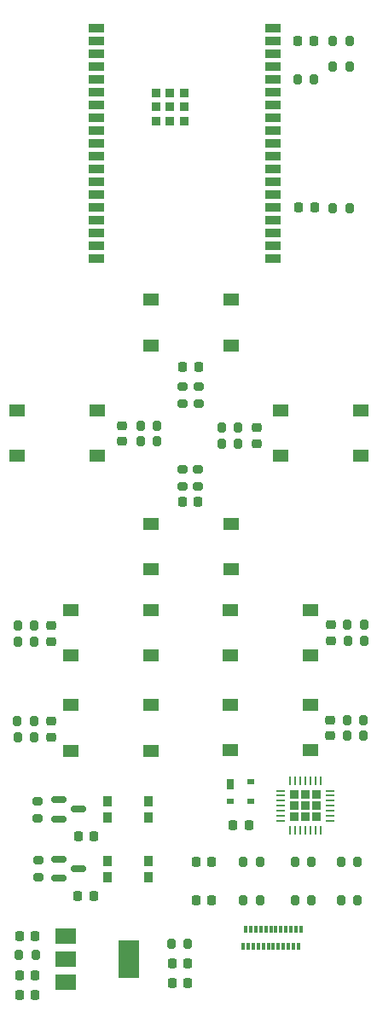
<source format=gtp>
G04 #@! TF.GenerationSoftware,KiCad,Pcbnew,6.0.2+dfsg-1*
G04 #@! TF.CreationDate,2024-03-31T18:10:35+09:00*
G04 #@! TF.ProjectId,remote_controller,72656d6f-7465-45f6-936f-6e74726f6c6c,rev?*
G04 #@! TF.SameCoordinates,Original*
G04 #@! TF.FileFunction,Paste,Top*
G04 #@! TF.FilePolarity,Positive*
%FSLAX46Y46*%
G04 Gerber Fmt 4.6, Leading zero omitted, Abs format (unit mm)*
G04 Created by KiCad (PCBNEW 6.0.2+dfsg-1) date 2024-03-31 18:10:35*
%MOMM*%
%LPD*%
G01*
G04 APERTURE LIST*
G04 Aperture macros list*
%AMRoundRect*
0 Rectangle with rounded corners*
0 $1 Rounding radius*
0 $2 $3 $4 $5 $6 $7 $8 $9 X,Y pos of 4 corners*
0 Add a 4 corners polygon primitive as box body*
4,1,4,$2,$3,$4,$5,$6,$7,$8,$9,$2,$3,0*
0 Add four circle primitives for the rounded corners*
1,1,$1+$1,$2,$3*
1,1,$1+$1,$4,$5*
1,1,$1+$1,$6,$7*
1,1,$1+$1,$8,$9*
0 Add four rect primitives between the rounded corners*
20,1,$1+$1,$2,$3,$4,$5,0*
20,1,$1+$1,$4,$5,$6,$7,0*
20,1,$1+$1,$6,$7,$8,$9,0*
20,1,$1+$1,$8,$9,$2,$3,0*%
G04 Aperture macros list end*
%ADD10RoundRect,0.200000X-0.200000X-0.275000X0.200000X-0.275000X0.200000X0.275000X-0.200000X0.275000X0*%
%ADD11RoundRect,0.225000X-0.225000X-0.225000X0.225000X-0.225000X0.225000X0.225000X-0.225000X0.225000X0*%
%ADD12RoundRect,0.062500X-0.337500X-0.062500X0.337500X-0.062500X0.337500X0.062500X-0.337500X0.062500X0*%
%ADD13RoundRect,0.062500X-0.062500X-0.337500X0.062500X-0.337500X0.062500X0.337500X-0.062500X0.337500X0*%
%ADD14RoundRect,0.200000X0.200000X0.275000X-0.200000X0.275000X-0.200000X-0.275000X0.200000X-0.275000X0*%
%ADD15RoundRect,0.218750X-0.256250X0.218750X-0.256250X-0.218750X0.256250X-0.218750X0.256250X0.218750X0*%
%ADD16R,0.900000X1.000000*%
%ADD17RoundRect,0.225000X0.225000X0.250000X-0.225000X0.250000X-0.225000X-0.250000X0.225000X-0.250000X0*%
%ADD18R,1.550000X1.300000*%
%ADD19R,2.000000X1.500000*%
%ADD20R,2.000000X3.800000*%
%ADD21R,0.700000X1.000000*%
%ADD22R,0.700000X0.600000*%
%ADD23RoundRect,0.200000X-0.275000X0.200000X-0.275000X-0.200000X0.275000X-0.200000X0.275000X0.200000X0*%
%ADD24RoundRect,0.218750X0.218750X0.256250X-0.218750X0.256250X-0.218750X-0.256250X0.218750X-0.256250X0*%
%ADD25RoundRect,0.200000X0.275000X-0.200000X0.275000X0.200000X-0.275000X0.200000X-0.275000X-0.200000X0*%
%ADD26RoundRect,0.150000X-0.587500X-0.150000X0.587500X-0.150000X0.587500X0.150000X-0.587500X0.150000X0*%
%ADD27RoundRect,0.225000X-0.225000X-0.250000X0.225000X-0.250000X0.225000X0.250000X-0.225000X0.250000X0*%
%ADD28RoundRect,0.218750X-0.218750X-0.256250X0.218750X-0.256250X0.218750X0.256250X-0.218750X0.256250X0*%
%ADD29R,0.300000X0.700000*%
%ADD30R,1.500000X0.900000*%
%ADD31R,0.900000X0.900000*%
G04 APERTURE END LIST*
D10*
G04 #@! TO.C,R28*
X108627500Y-69340000D03*
X110277500Y-69340000D03*
G04 #@! TD*
D11*
G04 #@! TO.C,U3*
X115820000Y-107980000D03*
X116940000Y-107980000D03*
X115820000Y-105740000D03*
X118060000Y-105740000D03*
X118060000Y-107980000D03*
X115820000Y-106860000D03*
X116940000Y-106860000D03*
X118060000Y-106860000D03*
X116940000Y-105740000D03*
D12*
X114490000Y-105360000D03*
X114490000Y-105860000D03*
X114490000Y-106360000D03*
X114490000Y-106860000D03*
X114490000Y-107360000D03*
X114490000Y-107860000D03*
X114490000Y-108360000D03*
D13*
X115440000Y-109310000D03*
X115940000Y-109310000D03*
X116440000Y-109310000D03*
X116940000Y-109310000D03*
X117440000Y-109310000D03*
X117940000Y-109310000D03*
X118440000Y-109310000D03*
D12*
X119390000Y-108360000D03*
X119390000Y-107860000D03*
X119390000Y-107360000D03*
X119390000Y-106860000D03*
X119390000Y-106360000D03*
X119390000Y-105860000D03*
X119390000Y-105360000D03*
D13*
X118440000Y-104410000D03*
X117940000Y-104410000D03*
X117440000Y-104410000D03*
X116940000Y-104410000D03*
X116440000Y-104410000D03*
X115940000Y-104410000D03*
X115440000Y-104410000D03*
G04 #@! TD*
D14*
G04 #@! TO.C,R29*
X122780000Y-88912500D03*
X121130000Y-88912500D03*
G04 #@! TD*
D15*
G04 #@! TO.C,D13*
X119440000Y-98362500D03*
X119440000Y-99937500D03*
G04 #@! TD*
D16*
G04 #@! TO.C,IO0*
X101380000Y-112330000D03*
X97280000Y-112330000D03*
X101380000Y-113930000D03*
X97280000Y-113930000D03*
G04 #@! TD*
D17*
G04 #@! TO.C,C1*
X90130000Y-119760000D03*
X88580000Y-119760000D03*
G04 #@! TD*
D18*
G04 #@! TO.C,OPT2*
X117455000Y-96880000D03*
X109505000Y-96880000D03*
X117455000Y-101380000D03*
X109505000Y-101380000D03*
G04 #@! TD*
D14*
G04 #@! TO.C,R13*
X117820000Y-34820000D03*
X116170000Y-34820000D03*
G04 #@! TD*
D17*
G04 #@! TO.C,C3*
X105265000Y-124470000D03*
X103715000Y-124470000D03*
G04 #@! TD*
D14*
G04 #@! TO.C,R8*
X121345000Y-47540000D03*
X119695000Y-47540000D03*
G04 #@! TD*
D15*
G04 #@! TO.C,D11*
X112117500Y-69340000D03*
X112117500Y-70915000D03*
G04 #@! TD*
D19*
G04 #@! TO.C,U1*
X93150000Y-119760000D03*
X93150000Y-122060000D03*
D20*
X99450000Y-122060000D03*
D19*
X93150000Y-124360000D03*
G04 #@! TD*
D10*
G04 #@! TO.C,R21*
X88400000Y-88992500D03*
X90050000Y-88992500D03*
G04 #@! TD*
D15*
G04 #@! TO.C,D9*
X91690000Y-98475000D03*
X91690000Y-100050000D03*
G04 #@! TD*
D21*
G04 #@! TO.C,D2*
X109510000Y-104690000D03*
D22*
X109510000Y-106390000D03*
X111510000Y-106390000D03*
X111510000Y-104490000D03*
G04 #@! TD*
D14*
G04 #@! TO.C,R27*
X102242500Y-69150000D03*
X100592500Y-69150000D03*
G04 #@! TD*
D18*
G04 #@! TO.C,CCW*
X101625000Y-87420000D03*
X93675000Y-87420000D03*
X101625000Y-91920000D03*
X93675000Y-91920000D03*
G04 #@! TD*
D10*
G04 #@! TO.C,R22*
X88380000Y-98480000D03*
X90030000Y-98480000D03*
G04 #@! TD*
G04 #@! TO.C,R24*
X108652500Y-70930000D03*
X110302500Y-70930000D03*
G04 #@! TD*
D23*
G04 #@! TO.C,R1*
X90400000Y-106445000D03*
X90400000Y-108095000D03*
G04 #@! TD*
D18*
G04 #@! TO.C,OPT1*
X93675000Y-96890000D03*
X101625000Y-96890000D03*
X101625000Y-101390000D03*
X93675000Y-101390000D03*
G04 #@! TD*
G04 #@! TO.C,DOWN*
X101602500Y-78885000D03*
X109552500Y-78885000D03*
X101602500Y-83385000D03*
X109552500Y-83385000D03*
G04 #@! TD*
D24*
G04 #@! TO.C,D3*
X117785000Y-31000000D03*
X116210000Y-31000000D03*
G04 #@! TD*
D25*
G04 #@! TO.C,R15*
X106340000Y-66955000D03*
X106340000Y-65305000D03*
G04 #@! TD*
D16*
G04 #@! TO.C,EN*
X97287500Y-106410000D03*
X101387500Y-106410000D03*
X101387500Y-108010000D03*
X97287500Y-108010000D03*
G04 #@! TD*
D23*
G04 #@! TO.C,R16*
X106317500Y-73490000D03*
X106317500Y-75140000D03*
G04 #@! TD*
D14*
G04 #@! TO.C,R7*
X121330000Y-31000000D03*
X119680000Y-31000000D03*
G04 #@! TD*
D18*
G04 #@! TO.C,RIGHT*
X122417500Y-67670000D03*
X114467500Y-67670000D03*
X122417500Y-72170000D03*
X114467500Y-72170000D03*
G04 #@! TD*
D26*
G04 #@! TO.C,Q2*
X92522500Y-112180000D03*
X92522500Y-114080000D03*
X94397500Y-113130000D03*
G04 #@! TD*
D27*
G04 #@! TO.C,C7*
X106120000Y-116240000D03*
X107670000Y-116240000D03*
G04 #@! TD*
G04 #@! TO.C,C5*
X94400000Y-109930000D03*
X95950000Y-109930000D03*
G04 #@! TD*
G04 #@! TO.C,C8*
X106130000Y-112440000D03*
X107680000Y-112440000D03*
G04 #@! TD*
D28*
G04 #@! TO.C,D6*
X104760000Y-63290000D03*
X106335000Y-63290000D03*
G04 #@! TD*
G04 #@! TO.C,D7*
X104742500Y-76695000D03*
X106317500Y-76695000D03*
G04 #@! TD*
D14*
G04 #@! TO.C,R23*
X102262500Y-70730000D03*
X100612500Y-70730000D03*
G04 #@! TD*
D29*
G04 #@! TO.C,J2*
X111030000Y-119100000D03*
X111530000Y-119100000D03*
X112030000Y-119100000D03*
X112530000Y-119100000D03*
X113030000Y-119100000D03*
X113530000Y-119100000D03*
X114030000Y-119100000D03*
X114530000Y-119100000D03*
X115030000Y-119100000D03*
X115530000Y-119100000D03*
X116030000Y-119100000D03*
X116530000Y-119100000D03*
X116280000Y-120800000D03*
X115780000Y-120800000D03*
X115280000Y-120800000D03*
X114780000Y-120800000D03*
X114280000Y-120800000D03*
X113780000Y-120800000D03*
X113280000Y-120800000D03*
X112780000Y-120800000D03*
X112280000Y-120800000D03*
X111780000Y-120800000D03*
X111280000Y-120800000D03*
X110780000Y-120800000D03*
G04 #@! TD*
D10*
G04 #@! TO.C,R11*
X115905000Y-112460000D03*
X117555000Y-112460000D03*
G04 #@! TD*
D23*
G04 #@! TO.C,R20*
X104747500Y-73485000D03*
X104747500Y-75135000D03*
G04 #@! TD*
D14*
G04 #@! TO.C,R6*
X122120000Y-112430000D03*
X120470000Y-112430000D03*
G04 #@! TD*
D10*
G04 #@! TO.C,R18*
X88390000Y-100060000D03*
X90040000Y-100060000D03*
G04 #@! TD*
D18*
G04 #@! TO.C,UPPER*
X101625000Y-56670000D03*
X109575000Y-56670000D03*
X109575000Y-61170000D03*
X101625000Y-61170000D03*
G04 #@! TD*
D15*
G04 #@! TO.C,D10*
X98727500Y-69152500D03*
X98727500Y-70727500D03*
G04 #@! TD*
D25*
G04 #@! TO.C,R19*
X104770000Y-66955000D03*
X104770000Y-65305000D03*
G04 #@! TD*
D14*
G04 #@! TO.C,R5*
X112465000Y-112470000D03*
X110815000Y-112470000D03*
G04 #@! TD*
D26*
G04 #@! TO.C,Q1*
X92522500Y-106270000D03*
X92522500Y-108170000D03*
X94397500Y-107220000D03*
G04 #@! TD*
D10*
G04 #@! TO.C,R4*
X103635000Y-120560000D03*
X105285000Y-120560000D03*
G04 #@! TD*
D18*
G04 #@! TO.C,CW*
X109475000Y-87440000D03*
X117425000Y-87440000D03*
X109475000Y-91940000D03*
X117425000Y-91940000D03*
G04 #@! TD*
D15*
G04 #@! TO.C,D12*
X119500000Y-88915000D03*
X119500000Y-90490000D03*
G04 #@! TD*
D23*
G04 #@! TO.C,R2*
X90450000Y-112275000D03*
X90450000Y-113925000D03*
G04 #@! TD*
D24*
G04 #@! TO.C,D4*
X117870000Y-47510000D03*
X116295000Y-47510000D03*
G04 #@! TD*
D14*
G04 #@! TO.C,R25*
X122805000Y-90492500D03*
X121155000Y-90492500D03*
G04 #@! TD*
D17*
G04 #@! TO.C,C2*
X105270000Y-122480000D03*
X103720000Y-122480000D03*
G04 #@! TD*
D30*
G04 #@! TO.C,U2*
X96250000Y-29740000D03*
X96250000Y-31010000D03*
X96250000Y-32280000D03*
X96250000Y-33550000D03*
X96250000Y-34820000D03*
X96250000Y-36090000D03*
X96250000Y-37360000D03*
X96250000Y-38630000D03*
X96250000Y-39900000D03*
X96250000Y-41170000D03*
X96250000Y-42440000D03*
X96250000Y-43710000D03*
X96250000Y-44980000D03*
X96250000Y-46250000D03*
X96250000Y-47520000D03*
X96250000Y-48790000D03*
X96250000Y-50060000D03*
X96250000Y-51330000D03*
X96250000Y-52600000D03*
X113750000Y-52600000D03*
X113750000Y-51330000D03*
X113750000Y-50060000D03*
X113750000Y-48790000D03*
X113750000Y-47520000D03*
X113750000Y-46250000D03*
X113750000Y-44980000D03*
X113750000Y-43710000D03*
X113750000Y-42440000D03*
X113750000Y-41170000D03*
X113750000Y-39900000D03*
X113750000Y-38630000D03*
X113750000Y-37360000D03*
X113750000Y-36090000D03*
X113750000Y-34820000D03*
X113750000Y-33550000D03*
X113750000Y-32280000D03*
X113750000Y-31010000D03*
X113750000Y-29740000D03*
D31*
X102100000Y-37540000D03*
X103500000Y-37540000D03*
X104900000Y-37540000D03*
X102100000Y-36140000D03*
X103500000Y-36140000D03*
X104900000Y-36140000D03*
X102100000Y-38940000D03*
X103500000Y-38940000D03*
X104900000Y-38940000D03*
G04 #@! TD*
D18*
G04 #@! TO.C,LEFT*
X88312500Y-67660000D03*
X96262500Y-67660000D03*
X88312500Y-72160000D03*
X96262500Y-72160000D03*
G04 #@! TD*
D14*
G04 #@! TO.C,R26*
X122750000Y-99940000D03*
X121100000Y-99940000D03*
G04 #@! TD*
D28*
G04 #@! TO.C,D1*
X88562500Y-123660000D03*
X90137500Y-123660000D03*
G04 #@! TD*
D27*
G04 #@! TO.C,C6*
X94390000Y-115830000D03*
X95940000Y-115830000D03*
G04 #@! TD*
D10*
G04 #@! TO.C,R9*
X110800000Y-116240000D03*
X112450000Y-116240000D03*
G04 #@! TD*
G04 #@! TO.C,R17*
X88410000Y-90562500D03*
X90060000Y-90562500D03*
G04 #@! TD*
D14*
G04 #@! TO.C,R30*
X122750000Y-98360000D03*
X121100000Y-98360000D03*
G04 #@! TD*
D28*
G04 #@! TO.C,D5*
X109782500Y-108770000D03*
X111357500Y-108770000D03*
G04 #@! TD*
D14*
G04 #@! TO.C,R3*
X90180000Y-121700000D03*
X88530000Y-121700000D03*
G04 #@! TD*
G04 #@! TO.C,R14*
X121350000Y-33550000D03*
X119700000Y-33550000D03*
G04 #@! TD*
D15*
G04 #@! TO.C,D8*
X91690000Y-89002500D03*
X91690000Y-90577500D03*
G04 #@! TD*
D14*
G04 #@! TO.C,R10*
X122135000Y-116270000D03*
X120485000Y-116270000D03*
G04 #@! TD*
D17*
G04 #@! TO.C,C4*
X90130000Y-125620000D03*
X88580000Y-125620000D03*
G04 #@! TD*
D14*
G04 #@! TO.C,R12*
X117565000Y-116220000D03*
X115915000Y-116220000D03*
G04 #@! TD*
M02*

</source>
